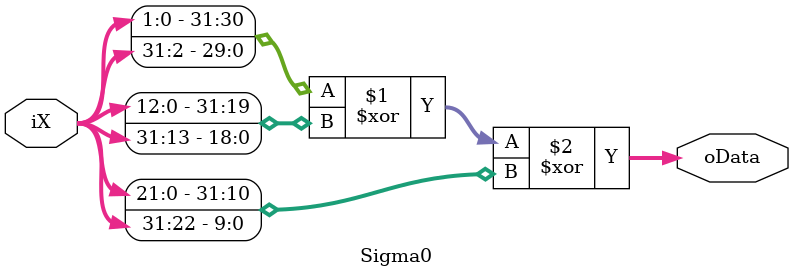
<source format=v>
module Sigma0(
			input 			[31:0]		iX,
			output			[31:0]		oData
			);
	
	assign oData = {iX[1:0],iX[31:2]} ^ {iX[12:0],iX[31:13]} ^ {iX[21:0],iX[31:22]};
endmodule


</source>
